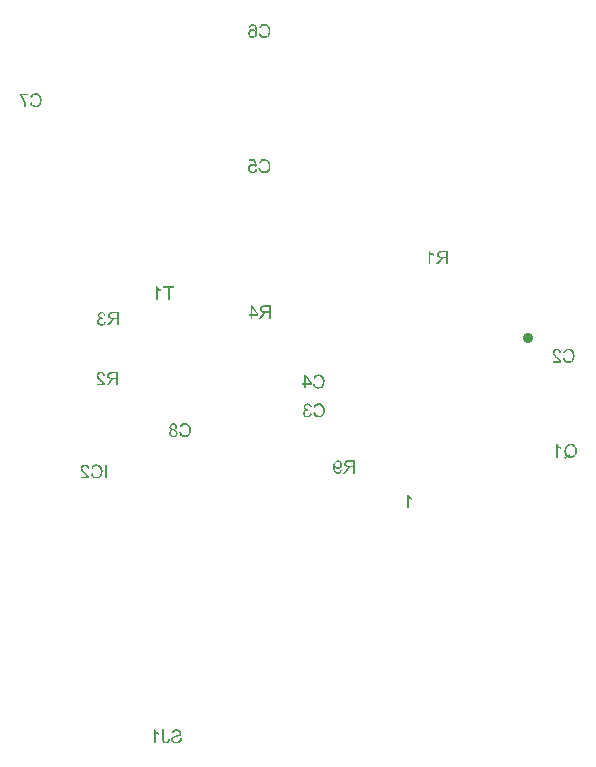
<source format=gbo>
%FSLAX35Y35*%
%MOIN*%
%IN29=Bauteilnamenunten(extrainDatei:X.NamesBot)*%
%ADD10C,0.00591*%
%ADD11C,0.00004*%
%ADD12C,0.00200*%
%ADD13C,0.00240*%
%ADD14C,0.00300*%
%ADD15C,0.00384*%
%ADD16C,0.00400*%
%ADD17C,0.00413*%
%ADD18C,0.00535*%
%ADD19C,0.00600*%
%ADD20C,0.00748*%
%ADD21C,0.00768*%
%ADD22C,0.00787*%
%ADD23C,0.00800*%
%ADD24C,0.00886*%
%ADD25C,0.01024*%
%ADD26C,0.01181*%
%ADD27C,0.01575*%
%ADD28C,0.01969*%
%ADD29C,0.02362*%
%ADD30C,0.03150*%
%ADD31C,0.03536*%
%ADD32C,0.05000*%
%ADD33C,0.05906*%
%ADD34C,0.09843*%
%AMR_35*21,1,0.00600,0.07200,0,0,0.000*%
%ADD35R_35*%
%AMR_36*21,1,0.00788,0.03150,0,0,0.000*%
%ADD36R_36*%
%AMR_37*21,1,0.01181,0.00591,0,0,0.000*%
%ADD37R_37*%
%AMR_38*21,1,0.01181,0.01181,0,0,0.000*%
%ADD38R_38*%
%AMR_39*21,1,0.01250,0.04375,0,0,0.000*%
%ADD39R_39*%
%AMR_40*21,1,0.01400,0.05600,0,0,0.000*%
%ADD40R_40*%
%AMR_41*21,1,0.01574,0.04724,0,0,0.000*%
%ADD41R_41*%
%AMR_42*21,1,0.01969,0.05118,0,0,180.000*%
%ADD42R_42*%
%AMR_43*21,1,0.02300,0.01800,0,0,0.000*%
%ADD43R_43*%
%AMR_44*21,1,0.02362,0.05315,0,0,0.000*%
%ADD44R_44*%
%AMR_45*21,1,0.02756,0.11024,0,0,270.000*%
%ADD45R_45*%
%AMR_46*21,1,0.02953,0.05709,0,0,0.000*%
%ADD46R_46*%
%AMR_47*21,1,0.03150,0.00788,0,0,0.000*%
%ADD47R_47*%
%AMR_48*21,1,0.03750,0.01875,0,0,0.000*%
%ADD48R_48*%
%AMR_49*21,1,0.03750,0.13125,0,0,0.000*%
%ADD49R_49*%
%AMR_50*21,1,0.03937,0.05512,0,0,270.000*%
%ADD50R_50*%
%AMR_51*21,1,0.04600,0.05512,0,0,0.000*%
%ADD51R_51*%
%AMR_52*21,1,0.04724,0.01574,0,0,0.000*%
%ADD52R_52*%
%AMR_53*21,1,0.04724,0.04724,0,0,0.000*%
%ADD53R_53*%
%AMR_54*21,1,0.04724,0.04724,0,0,90.000*%
%ADD54R_54*%
%AMR_55*21,1,0.05118,0.01969,0,0,180.000*%
%ADD55R_55*%
%AMR_56*21,1,0.05118,0.05906,0,0,0.000*%
%ADD56R_56*%
%AMR_57*21,1,0.05118,0.05906,0,0,90.000*%
%ADD57R_57*%
%AMR_58*21,1,0.05118,0.05906,0,0,180.000*%
%ADD58R_58*%
%AMR_59*21,1,0.05118,0.06299,0,0,90.000*%
%ADD59R_59*%
%AMR_60*21,1,0.05118,0.06299,0,0,180.000*%
%ADD60R_60*%
%AMR_61*21,1,0.05118,0.06299,0,0,270.000*%
%ADD61R_61*%
%AMR_62*21,1,0.05512,0.05512,0,0,0.000*%
%ADD62R_62*%
%AMR_63*21,1,0.05512,0.05512,0,0,90.000*%
%ADD63R_63*%
%AMR_64*21,1,0.05512,0.05512,0,0,180.000*%
%ADD64R_64*%
%AMR_65*21,1,0.05512,0.05512,0,0,270.000*%
%ADD65R_65*%
%AMR_66*21,1,0.05600,0.01400,0,0,0.000*%
%ADD66R_66*%
%AMR_67*21,1,0.05709,0.02953,0,0,0.000*%
%ADD67R_67*%
%AMR_68*21,1,0.06299,0.06299,0,0,0.000*%
%ADD68R_68*%
%AMR_69*21,1,0.07087,0.07087,0,0,270.000*%
%ADD69R_69*%
%AMR_70*21,1,0.07087,0.11811,0,0,0.000*%
%ADD70R_70*%
%AMR_71*21,1,0.07874,0.06299,0,0,90.000*%
%ADD71R_71*%
%AMR_72*21,1,0.08661,0.04724,0,0,270.000*%
%ADD72R_72*%
%AMR_73*21,1,0.08661,0.08661,0,0,0.000*%
%ADD73R_73*%
%AMR_74*21,1,0.09843,0.19685,0,0,0.000*%
%ADD74R_74*%
%AMR_75*21,1,0.10000,0.01875,0,0,0.000*%
%ADD75R_75*%
%AMR_76*21,1,0.10625,0.01875,0,0,0.000*%
%ADD76R_76*%
%AMR_77*21,1,0.10625,0.19685,0,0,0.000*%
%ADD77R_77*%
%AMR_78*21,1,0.19685,0.09843,0,0,0.000*%
%ADD78R_78*%
%AMR_79*21,1,0.19685,0.19685,0,0,0.000*%
%ADD79R_79*%
%AMOCT_80*4,1,8,0.049213,0.024606,0.024606,0.049213,-0.024606,0.049213,-0.049213,0.024606,-0.049213,-0.024606,-0.024606,-0.049213,0.024606,-0.049213,0.049213,-0.024606,0.049213,0.024606,0.000*%
%ADD80OCT_80*%
G54D31*
X225231Y136481D03*
G36*
X237507Y129266D02*
X237310Y129777D01*
X236720Y129620D01*
X236838Y129266D01*
X236995Y128951D01*
X237153Y128714D01*
X237389Y128478D01*
X237664Y128321D01*
X237940Y128163D01*
X238255Y128124D01*
X238570Y128084D01*
X239239Y128163D01*
X239515Y128242D01*
X239751Y128399D01*
X240184Y128754D01*
X240460Y129266D01*
X240617Y129856D01*
X240696Y130486D01*
X240617Y131155D01*
X240420Y131707D01*
X240105Y132179D01*
X239672Y132533D01*
X239160Y132730D01*
X238609Y132809D01*
X238255Y132769D01*
X237979Y132730D01*
X237704Y132612D01*
X237468Y132455D01*
X237074Y132021D01*
X236838Y131470D01*
X237428Y131313D01*
X237625Y131746D01*
X237861Y132021D01*
X238216Y132179D01*
X238609Y132258D01*
X239082Y132179D01*
X239475Y132021D01*
X239790Y131707D01*
X239948Y131352D01*
X240066Y130919D01*
X240105Y130486D01*
X240066Y129935D01*
X239948Y129462D01*
X239712Y129108D01*
X239397Y128832D01*
X239042Y128675D01*
X238649Y128636D01*
X238176Y128714D01*
X237782Y128911D01*
X237507Y129266D01*
D02*G37*
G36*
X235538Y128714D02*
X233373Y128714D01*
X233373Y128163D01*
X236286Y128163D01*
X236208Y128557D01*
X236090Y128872D01*
X235893Y129187D01*
X235578Y129502D01*
X235184Y129856D01*
X234869Y130171D01*
X234594Y130407D01*
X234357Y130644D01*
X234200Y130840D01*
X234042Y131155D01*
X233964Y131510D01*
X234003Y131785D01*
X234200Y132021D01*
X234475Y132218D01*
X234790Y132258D01*
X235145Y132179D01*
X235420Y132021D01*
X235578Y131746D01*
X235657Y131392D01*
X236208Y131470D01*
X236050Y132021D01*
X235775Y132415D01*
X235578Y132533D01*
X235342Y132651D01*
X235066Y132691D01*
X234790Y132730D01*
X234475Y132691D01*
X234200Y132651D01*
X233964Y132533D01*
X233767Y132376D01*
X233609Y132179D01*
X233491Y131943D01*
X233452Y131707D01*
X233412Y131470D01*
X233452Y131195D01*
X233531Y130919D01*
X233649Y130644D01*
X233845Y130368D01*
X234003Y130210D01*
X234160Y130014D01*
X234397Y129817D01*
X234672Y129581D01*
X234908Y129384D01*
X235066Y129226D01*
X235223Y129108D01*
X235302Y129029D01*
X235538Y128714D01*
D02*G37*
G36*
X154162Y120668D02*
X153965Y121179D01*
X153375Y121022D01*
X153493Y120668D01*
X153650Y120353D01*
X153808Y120116D01*
X154044Y119880D01*
X154320Y119723D01*
X154595Y119565D01*
X154910Y119526D01*
X155225Y119487D01*
X155894Y119565D01*
X156170Y119644D01*
X156406Y119802D01*
X156839Y120156D01*
X157115Y120668D01*
X157272Y121258D01*
X157351Y121888D01*
X157272Y122557D01*
X157076Y123109D01*
X156761Y123581D01*
X156328Y123935D01*
X155816Y124132D01*
X155265Y124211D01*
X154910Y124172D01*
X154635Y124132D01*
X154359Y124014D01*
X154123Y123857D01*
X153729Y123424D01*
X153493Y122872D01*
X154083Y122715D01*
X154280Y123148D01*
X154517Y123424D01*
X154871Y123581D01*
X155265Y123660D01*
X155737Y123581D01*
X156131Y123424D01*
X156446Y123109D01*
X156603Y122754D01*
X156721Y122321D01*
X156761Y121888D01*
X156721Y121337D01*
X156603Y120865D01*
X156367Y120510D01*
X156052Y120235D01*
X155698Y120077D01*
X155304Y120038D01*
X154831Y120116D01*
X154438Y120313D01*
X154162Y120668D01*
D02*G37*
G36*
X151091Y123187D02*
X150973Y124132D01*
X150540Y124132D01*
D02*G37*
G36*
X150540Y121219D02*
X151091Y123187D01*
X150540Y124132D01*
D02*G37*
G36*
X151092Y121219D02*
X151091Y123187D01*
X150540Y121219D01*
D02*G37*
G36*
X152509Y121219D02*
X150973Y124132D01*
X151091Y123187D01*
D02*G37*
G36*
X153060Y121219D02*
X150973Y124132D01*
X152509Y121219D01*
D02*G37*
G36*
X149950Y120668D02*
X153060Y121219D01*
X149950Y121219D01*
D02*G37*
G36*
X150540Y120668D02*
X153060Y121219D01*
X149950Y120668D01*
D02*G37*
G36*
X151091Y120668D02*
X153060Y121219D01*
X150540Y120668D01*
D02*G37*
G36*
X153060Y120668D02*
X153060Y121219D01*
X151091Y120668D01*
D02*G37*
G36*
X150540Y119565D02*
X151091Y120668D01*
X150540Y120668D01*
D02*G37*
G36*
X151091Y119565D02*
X151091Y120668D01*
X150540Y119565D01*
D02*G37*
G36*
X154319Y111069D02*
X154122Y111581D01*
X153532Y111423D01*
X153650Y111069D01*
X153808Y110754D01*
X153965Y110518D01*
X154201Y110281D01*
X154477Y110124D01*
X154752Y109966D01*
X155067Y109927D01*
X155382Y109888D01*
X156052Y109966D01*
X156327Y110045D01*
X156563Y110203D01*
X156997Y110557D01*
X157272Y111069D01*
X157430Y111659D01*
X157508Y112289D01*
X157430Y112959D01*
X157233Y113510D01*
X156918Y113982D01*
X156485Y114337D01*
X155973Y114533D01*
X155422Y114612D01*
X155067Y114573D01*
X154792Y114533D01*
X154516Y114415D01*
X154280Y114258D01*
X153886Y113825D01*
X153650Y113274D01*
X154241Y113116D01*
X154437Y113549D01*
X154674Y113825D01*
X155028Y113982D01*
X155422Y114061D01*
X155894Y113982D01*
X156288Y113825D01*
X156603Y113510D01*
X156760Y113155D01*
X156878Y112722D01*
X156918Y112289D01*
X156878Y111738D01*
X156760Y111266D01*
X156524Y110911D01*
X156209Y110636D01*
X155855Y110478D01*
X155461Y110439D01*
X154989Y110518D01*
X154595Y110715D01*
X154319Y111069D01*
D02*G37*
G36*
X152981Y110872D02*
X153020Y111148D01*
X152469Y111226D01*
X152351Y110833D01*
X152154Y110557D01*
X151918Y110400D01*
X151603Y110360D01*
X151209Y110439D01*
X150934Y110636D01*
X150737Y110951D01*
X150658Y111305D01*
X150737Y111659D01*
X150894Y111935D01*
X151170Y112132D01*
X151524Y112211D01*
X151721Y112171D01*
X151918Y112132D01*
X151878Y112683D01*
X151800Y112683D01*
X151445Y112722D01*
X151170Y112840D01*
X150973Y113077D01*
X150894Y113392D01*
X150934Y113667D01*
X151091Y113864D01*
X151327Y114022D01*
X151642Y114061D01*
X151918Y114022D01*
X152154Y113864D01*
X152311Y113628D01*
X152430Y113274D01*
X152981Y113352D01*
X152823Y113864D01*
X152508Y114218D01*
X152115Y114455D01*
X151642Y114533D01*
X151288Y114494D01*
X150973Y114376D01*
X150697Y114179D01*
X150500Y113943D01*
X150382Y113667D01*
X150343Y113392D01*
X150382Y113116D01*
X150500Y112840D01*
X150697Y112644D01*
X150973Y112486D01*
X150619Y112329D01*
X150343Y112092D01*
X150146Y111738D01*
X150107Y111344D01*
X150146Y111029D01*
X150225Y110793D01*
X150343Y110518D01*
X150540Y110321D01*
X150776Y110124D01*
X151012Y110006D01*
X151288Y109927D01*
X151603Y109888D01*
X151878Y109927D01*
X152154Y109966D01*
X152390Y110085D01*
X152587Y110242D01*
X152745Y110439D01*
X152863Y110636D01*
X152981Y110872D01*
D02*G37*
G36*
X85935Y125058D02*
X88454Y125098D01*
X86486Y125098D01*
D02*G37*
G36*
X85541Y124980D02*
X88454Y125098D01*
X85935Y125058D01*
D02*G37*
G36*
X85265Y124783D02*
X88454Y125098D01*
X85541Y124980D01*
D02*G37*
G36*
X85068Y124547D02*
X88454Y125098D01*
X85265Y124783D01*
D02*G37*
G36*
X86446Y124547D02*
X88454Y125098D01*
X85068Y124547D01*
D02*G37*
G36*
X87864Y124547D02*
X88454Y125098D01*
X86446Y124547D01*
D02*G37*
G36*
X86013Y124507D02*
X86446Y124547D01*
X85068Y124547D01*
D02*G37*
G36*
X85698Y124350D02*
X86013Y124507D01*
X85068Y124547D01*
D02*G37*
G36*
X84911Y124192D02*
X85698Y124350D01*
X85068Y124547D01*
D02*G37*
G36*
X85501Y124113D02*
X85698Y124350D01*
X84911Y124192D01*
D02*G37*
G36*
X84872Y123838D02*
X85501Y124113D01*
X84911Y124192D01*
D02*G37*
G36*
X85462Y123838D02*
X85501Y124113D01*
X84872Y123838D01*
D02*G37*
G36*
X85501Y123641D02*
X85462Y123838D01*
X84872Y123838D01*
D02*G37*
G36*
X85580Y123444D02*
X85501Y123641D01*
X84872Y123838D01*
D02*G37*
G36*
X84950Y123405D02*
X85580Y123444D01*
X84872Y123838D01*
D02*G37*
G36*
X85738Y123326D02*
X85580Y123444D01*
X84950Y123405D01*
D02*G37*
G36*
X85935Y123208D02*
X85738Y123326D01*
X84950Y123405D01*
D02*G37*
G36*
X86210Y123129D02*
X85935Y123208D01*
X84950Y123405D01*
D02*G37*
G36*
X87865Y123129D02*
X88454Y125098D01*
X87864Y124547D01*
D02*G37*
G36*
X85187Y123050D02*
X86210Y123129D01*
X84950Y123405D01*
D02*G37*
G36*
X85187Y123050D02*
X87865Y123129D01*
X86210Y123129D01*
D02*G37*
G36*
X85344Y122893D02*
X87865Y123129D01*
X85187Y123050D01*
D02*G37*
G36*
X85816Y122657D02*
X87865Y123129D01*
X85344Y122893D01*
D02*G37*
G36*
X86131Y122617D02*
X87865Y123129D01*
X85816Y122657D01*
D02*G37*
G36*
X86958Y122578D02*
X87865Y123129D01*
X86131Y122617D01*
D02*G37*
G36*
X87864Y122578D02*
X87865Y123129D01*
X86958Y122578D01*
D02*G37*
G36*
X87864Y122578D02*
X88454Y125098D01*
X87865Y123129D01*
D02*G37*
G36*
X86840Y122539D02*
X86958Y122578D01*
X86131Y122617D01*
D02*G37*
G36*
X85935Y122499D02*
X86840Y122539D01*
X86131Y122617D01*
D02*G37*
G36*
X86564Y122421D02*
X86840Y122539D01*
X85935Y122499D01*
D02*G37*
G36*
X85777Y122381D02*
X86564Y122421D01*
X85935Y122499D01*
D02*G37*
G36*
X86446Y122302D02*
X86564Y122421D01*
X85777Y122381D01*
D02*G37*
G36*
X85541Y122106D02*
X86446Y122302D01*
X85777Y122381D01*
D02*G37*
G36*
X86289Y122106D02*
X86446Y122302D01*
X85541Y122106D01*
D02*G37*
G36*
X86092Y121830D02*
X86289Y122106D01*
X85541Y122106D01*
D02*G37*
G36*
X85305Y121791D02*
X86092Y121830D01*
X85541Y122106D01*
D02*G37*
G36*
X85856Y121476D02*
X86092Y121830D01*
X85305Y121791D01*
D02*G37*
G36*
X84557Y120531D02*
X85856Y121476D01*
X85305Y121791D01*
D02*G37*
G36*
X85265Y120531D02*
X85856Y121476D01*
X84557Y120531D01*
D02*G37*
G36*
X87864Y120531D02*
X88454Y125098D01*
X87864Y122578D01*
D02*G37*
G36*
X88454Y120531D02*
X88454Y125098D01*
X87864Y120531D01*
D02*G37*
G36*
X83494Y121082D02*
X81328Y121082D01*
X81328Y120531D01*
X84242Y120531D01*
X84163Y120925D01*
X84045Y121239D01*
X83848Y121554D01*
X83533Y121869D01*
X83139Y122224D01*
X82824Y122539D01*
X82549Y122775D01*
X82312Y123011D01*
X82155Y123208D01*
X81998Y123523D01*
X81919Y123877D01*
X81958Y124153D01*
X82155Y124389D01*
X82431Y124586D01*
X82746Y124625D01*
X83100Y124547D01*
X83375Y124389D01*
X83533Y124113D01*
X83612Y123759D01*
X84163Y123838D01*
X84005Y124389D01*
X83730Y124783D01*
X83533Y124901D01*
X83297Y125019D01*
X83021Y125058D01*
X82746Y125098D01*
X82431Y125058D01*
X82155Y125019D01*
X81919Y124901D01*
X81722Y124743D01*
X81564Y124547D01*
X81446Y124310D01*
X81407Y124074D01*
X81368Y123838D01*
X81407Y123562D01*
X81486Y123287D01*
X81604Y123011D01*
X81801Y122736D01*
X81958Y122578D01*
X82116Y122381D01*
X82352Y122184D01*
X82627Y121948D01*
X82864Y121751D01*
X83021Y121594D01*
X83179Y121476D01*
X83257Y121397D01*
X83494Y121082D01*
D02*G37*
G36*
X86185Y145058D02*
X88704Y145098D01*
X86736Y145098D01*
D02*G37*
G36*
X85791Y144980D02*
X88704Y145098D01*
X86185Y145058D01*
D02*G37*
G36*
X85515Y144783D02*
X88704Y145098D01*
X85791Y144980D01*
D02*G37*
G36*
X85318Y144547D02*
X88704Y145098D01*
X85515Y144783D01*
D02*G37*
G36*
X86696Y144547D02*
X88704Y145098D01*
X85318Y144547D01*
D02*G37*
G36*
X88114Y144547D02*
X88704Y145098D01*
X86696Y144547D01*
D02*G37*
G36*
X86263Y144507D02*
X86696Y144547D01*
X85318Y144547D01*
D02*G37*
G36*
X85948Y144350D02*
X86263Y144507D01*
X85318Y144547D01*
D02*G37*
G36*
X85161Y144192D02*
X85948Y144350D01*
X85318Y144547D01*
D02*G37*
G36*
X85751Y144113D02*
X85948Y144350D01*
X85161Y144192D01*
D02*G37*
G36*
X85122Y143838D02*
X85751Y144113D01*
X85161Y144192D01*
D02*G37*
G36*
X85712Y143838D02*
X85751Y144113D01*
X85122Y143838D01*
D02*G37*
G36*
X85751Y143641D02*
X85712Y143838D01*
X85122Y143838D01*
D02*G37*
G36*
X85830Y143444D02*
X85751Y143641D01*
X85122Y143838D01*
D02*G37*
G36*
X85200Y143405D02*
X85830Y143444D01*
X85122Y143838D01*
D02*G37*
G36*
X85988Y143326D02*
X85830Y143444D01*
X85200Y143405D01*
D02*G37*
G36*
X86185Y143208D02*
X85988Y143326D01*
X85200Y143405D01*
D02*G37*
G36*
X86460Y143129D02*
X86185Y143208D01*
X85200Y143405D01*
D02*G37*
G36*
X88115Y143129D02*
X88704Y145098D01*
X88114Y144547D01*
D02*G37*
G36*
X85437Y143050D02*
X86460Y143129D01*
X85200Y143405D01*
D02*G37*
G36*
X85437Y143050D02*
X88115Y143129D01*
X86460Y143129D01*
D02*G37*
G36*
X85594Y142893D02*
X88115Y143129D01*
X85437Y143050D01*
D02*G37*
G36*
X86066Y142657D02*
X88115Y143129D01*
X85594Y142893D01*
D02*G37*
G36*
X86381Y142617D02*
X88115Y143129D01*
X86066Y142657D01*
D02*G37*
G36*
X87208Y142578D02*
X88115Y143129D01*
X86381Y142617D01*
D02*G37*
G36*
X88114Y142578D02*
X88115Y143129D01*
X87208Y142578D01*
D02*G37*
G36*
X88114Y142578D02*
X88704Y145098D01*
X88115Y143129D01*
D02*G37*
G36*
X87090Y142539D02*
X87208Y142578D01*
X86381Y142617D01*
D02*G37*
G36*
X86185Y142499D02*
X87090Y142539D01*
X86381Y142617D01*
D02*G37*
G36*
X86814Y142421D02*
X87090Y142539D01*
X86185Y142499D01*
D02*G37*
G36*
X86027Y142381D02*
X86814Y142421D01*
X86185Y142499D01*
D02*G37*
G36*
X86696Y142302D02*
X86814Y142421D01*
X86027Y142381D01*
D02*G37*
G36*
X85791Y142106D02*
X86696Y142302D01*
X86027Y142381D01*
D02*G37*
G36*
X86539Y142106D02*
X86696Y142302D01*
X85791Y142106D01*
D02*G37*
G36*
X86342Y141830D02*
X86539Y142106D01*
X85791Y142106D01*
D02*G37*
G36*
X85555Y141791D02*
X86342Y141830D01*
X85791Y142106D01*
D02*G37*
G36*
X86106Y141476D02*
X86342Y141830D01*
X85555Y141791D01*
D02*G37*
G36*
X84807Y140531D02*
X86106Y141476D01*
X85555Y141791D01*
D02*G37*
G36*
X85515Y140531D02*
X86106Y141476D01*
X84807Y140531D01*
D02*G37*
G36*
X88114Y140531D02*
X88704Y145098D01*
X88114Y142578D01*
D02*G37*
G36*
X88704Y140531D02*
X88704Y145098D01*
X88114Y140531D01*
D02*G37*
G36*
X84374Y141436D02*
X84413Y141712D01*
X83862Y141791D01*
X83744Y141397D01*
X83547Y141121D01*
X83311Y140964D01*
X82996Y140925D01*
X82602Y141003D01*
X82326Y141200D01*
X82129Y141515D01*
X82051Y141869D01*
X82129Y142224D01*
X82287Y142499D01*
X82562Y142696D01*
X82917Y142775D01*
X83114Y142736D01*
X83311Y142696D01*
X83271Y143247D01*
X83192Y143247D01*
X82838Y143287D01*
X82562Y143405D01*
X82366Y143641D01*
X82287Y143956D01*
X82326Y144232D01*
X82484Y144428D01*
X82720Y144586D01*
X83035Y144625D01*
X83311Y144586D01*
X83547Y144428D01*
X83704Y144192D01*
X83822Y143838D01*
X84374Y143917D01*
X84216Y144428D01*
X83901Y144783D01*
X83507Y145019D01*
X83035Y145098D01*
X82681Y145058D01*
X82366Y144940D01*
X82090Y144743D01*
X81893Y144507D01*
X81775Y144232D01*
X81736Y143956D01*
X81775Y143680D01*
X81893Y143405D01*
X82090Y143208D01*
X82366Y143050D01*
X82011Y142893D01*
X81736Y142657D01*
X81539Y142302D01*
X81500Y141909D01*
X81539Y141594D01*
X81618Y141358D01*
X81736Y141082D01*
X81933Y140885D01*
X82169Y140688D01*
X82405Y140570D01*
X82681Y140491D01*
X82996Y140452D01*
X83271Y140491D01*
X83547Y140531D01*
X83783Y140649D01*
X83980Y140806D01*
X84137Y141003D01*
X84255Y141200D01*
X84374Y141436D01*
D02*G37*
G36*
X136102Y237583D02*
X135905Y238095D01*
X135314Y237937D01*
X135433Y237583D01*
X135590Y237268D01*
X135748Y237032D01*
X135984Y236796D01*
X136259Y236638D01*
X136535Y236481D01*
X136850Y236441D01*
X137165Y236402D01*
X137834Y236481D01*
X138110Y236560D01*
X138346Y236717D01*
X138779Y237071D01*
X139055Y237583D01*
X139212Y238174D01*
X139291Y238804D01*
X139212Y239473D01*
X139015Y240024D01*
X138700Y240497D01*
X138267Y240851D01*
X137755Y241048D01*
X137204Y241126D01*
X136850Y241087D01*
X136574Y241048D01*
X136299Y240930D01*
X136062Y240772D01*
X135669Y240339D01*
X135433Y239788D01*
X136023Y239630D01*
X136220Y240063D01*
X136456Y240339D01*
X136811Y240497D01*
X137204Y240575D01*
X137677Y240497D01*
X138070Y240339D01*
X138385Y240024D01*
X138543Y239670D01*
X138661Y239237D01*
X138700Y238804D01*
X138661Y238252D01*
X138543Y237780D01*
X138307Y237426D01*
X137992Y237150D01*
X137637Y236993D01*
X137244Y236953D01*
X136771Y237032D01*
X136377Y237229D01*
X136102Y237583D01*
D02*G37*
G36*
X132755Y240969D02*
X133582Y241008D01*
X133267Y241048D01*
D02*G37*
G36*
X133897Y240930D02*
X133582Y241008D01*
X132755Y240969D01*
D02*G37*
G36*
X132362Y240733D02*
X133897Y240930D01*
X132755Y240969D01*
D02*G37*
G36*
X134173Y240733D02*
X133897Y240930D01*
X132362Y240733D01*
D02*G37*
G36*
X133307Y240575D02*
X134173Y240733D01*
X132362Y240733D01*
D02*G37*
G36*
X133543Y240536D02*
X134173Y240733D01*
X133307Y240575D01*
D02*G37*
G36*
X134409Y240536D02*
X134173Y240733D01*
X133543Y240536D01*
D02*G37*
G36*
X132992Y240497D02*
X133307Y240575D01*
X132362Y240733D01*
D02*G37*
G36*
X133779Y240418D02*
X134409Y240536D01*
X133543Y240536D01*
D02*G37*
G36*
X132086Y240339D02*
X132992Y240497D01*
X132362Y240733D01*
D02*G37*
G36*
X132716Y240339D02*
X132992Y240497D01*
X132086Y240339D01*
D02*G37*
G36*
X133976Y240182D02*
X134409Y240536D01*
X133779Y240418D01*
D02*G37*
G36*
X134606Y240182D02*
X134409Y240536D01*
X133976Y240182D01*
D02*G37*
G36*
X132598Y240103D02*
X132716Y240339D01*
X132086Y240339D01*
D02*G37*
G36*
X131968Y239867D02*
X132598Y240103D01*
X132086Y240339D01*
D02*G37*
G36*
X134173Y239867D02*
X134606Y240182D01*
X133976Y240182D01*
D02*G37*
G36*
X132519Y239827D02*
X132598Y240103D01*
X131968Y239867D01*
D02*G37*
G36*
X134763Y239749D02*
X134606Y240182D01*
X134173Y239867D01*
D02*G37*
G36*
X134251Y239670D02*
X134763Y239749D01*
X134173Y239867D01*
D02*G37*
G36*
X134291Y239434D02*
X134763Y239749D01*
X134251Y239670D01*
D02*G37*
G36*
X133543Y239394D02*
X133228Y239434D01*
X132952Y239394D01*
D02*G37*
G36*
X132716Y239315D02*
X133543Y239394D01*
X132952Y239394D01*
D02*G37*
G36*
X133818Y239276D02*
X133543Y239394D01*
X132716Y239315D01*
D02*G37*
G36*
X134842Y239237D02*
X134763Y239749D01*
X134291Y239434D01*
D02*G37*
G36*
X132480Y239197D02*
X133818Y239276D01*
X132716Y239315D01*
D02*G37*
G36*
X134094Y239079D02*
X133818Y239276D01*
X132480Y239197D01*
D02*G37*
G36*
X132283Y239000D02*
X134094Y239079D01*
X132480Y239197D01*
D02*G37*
G36*
X133346Y238882D02*
X134094Y239079D01*
X132283Y239000D01*
D02*G37*
G36*
X134330Y238843D02*
X134094Y239079D01*
X133346Y238882D01*
D02*G37*
G36*
X134330Y238843D02*
X134842Y239237D01*
X134291Y239434D01*
D02*G37*
G36*
X132125Y238804D02*
X133346Y238882D01*
X132283Y239000D01*
D02*G37*
G36*
X132992Y238804D02*
X133346Y238882D01*
X132125Y238804D01*
D02*G37*
G36*
X133700Y238804D02*
X134330Y238843D01*
X133346Y238882D01*
D02*G37*
G36*
X132677Y238607D02*
X132992Y238804D01*
X132125Y238804D01*
D02*G37*
G36*
X134015Y238607D02*
X134330Y238843D01*
X133700Y238804D01*
D02*G37*
G36*
X134881Y238607D02*
X134842Y239237D01*
X134330Y238843D01*
D02*G37*
G36*
X134881Y238607D02*
X134330Y238843D01*
X134015Y238607D01*
D02*G37*
G36*
X131968Y238528D02*
X132677Y238607D01*
X132125Y238804D01*
D02*G37*
G36*
X132519Y238292D02*
X132677Y238607D01*
X131968Y238528D01*
D02*G37*
G36*
X134212Y238292D02*
X134881Y238607D01*
X134015Y238607D01*
D02*G37*
G36*
X131929Y238252D02*
X132519Y238292D01*
X131968Y238528D01*
D02*G37*
G36*
X134842Y238056D02*
X134881Y238607D01*
X134212Y238292D01*
D02*G37*
G36*
X131889Y237937D02*
X132519Y238292D01*
X131929Y238252D01*
D02*G37*
G36*
X134292Y237937D02*
X134842Y238056D01*
X134212Y238292D01*
D02*G37*
G36*
X132440Y237898D02*
X132519Y238292D01*
X131889Y237937D01*
D02*G37*
G36*
X134251Y237662D02*
X134842Y238056D01*
X134292Y237937D01*
D02*G37*
G36*
X134763Y237583D02*
X134842Y238056D01*
X134251Y237662D01*
D02*G37*
G36*
X131929Y237544D02*
X132440Y237898D01*
X131889Y237937D01*
D02*G37*
G36*
X132519Y237465D02*
X132440Y237898D01*
X131929Y237544D01*
D02*G37*
G36*
X134173Y237386D02*
X134763Y237583D01*
X134251Y237662D01*
D02*G37*
G36*
X134645Y237229D02*
X134763Y237583D01*
X134173Y237386D01*
D02*G37*
G36*
X132086Y237150D02*
X132519Y237465D01*
X131929Y237544D01*
D02*G37*
G36*
X132677Y237150D02*
X132519Y237465D01*
X132086Y237150D01*
D02*G37*
G36*
X134015Y237150D02*
X134645Y237229D01*
X134173Y237386D01*
D02*G37*
G36*
X133818Y236993D02*
X134645Y237229D01*
X134015Y237150D01*
D02*G37*
G36*
X132992Y236953D02*
X132677Y237150D01*
X132086Y237150D01*
D02*G37*
G36*
X133582Y236914D02*
X134645Y237229D01*
X133818Y236993D01*
D02*G37*
G36*
X134448Y236914D02*
X134645Y237229D01*
X133582Y236914D01*
D02*G37*
G36*
X133346Y236875D02*
X132992Y236953D01*
X132086Y237150D01*
D02*G37*
G36*
X133346Y236875D02*
X134448Y236914D01*
X133582Y236914D01*
D02*G37*
G36*
X132283Y236835D02*
X133346Y236875D01*
X132086Y237150D01*
D02*G37*
G36*
X132283Y236835D02*
X134448Y236914D01*
X133346Y236875D01*
D02*G37*
G36*
X134212Y236678D02*
X134448Y236914D01*
X132283Y236835D01*
D02*G37*
G36*
X132559Y236599D02*
X134212Y236678D01*
X132283Y236835D01*
D02*G37*
G36*
X133937Y236520D02*
X134212Y236678D01*
X132559Y236599D01*
D02*G37*
G36*
X132913Y236441D02*
X133937Y236520D01*
X132559Y236599D01*
D02*G37*
G36*
X133622Y236441D02*
X133937Y236520D01*
X132913Y236441D01*
D02*G37*
G36*
X133307Y236402D02*
X133622Y236441D01*
X132913Y236441D01*
D02*G37*
G36*
X109637Y104508D02*
X109440Y105020D01*
X108850Y104862D01*
X108968Y104508D01*
X109125Y104193D01*
X109283Y103957D01*
X109519Y103721D01*
X109795Y103563D01*
X110070Y103406D01*
X110385Y103366D01*
X110700Y103327D01*
X111370Y103406D01*
X111645Y103485D01*
X111881Y103642D01*
X112314Y103996D01*
X112590Y104508D01*
X112748Y105099D01*
X112826Y105729D01*
X112748Y106398D01*
X112551Y106949D01*
X112236Y107422D01*
X111803Y107776D01*
X111291Y107973D01*
X110740Y108051D01*
X110385Y108012D01*
X110110Y107973D01*
X109834Y107855D01*
X109598Y107697D01*
X109204Y107264D01*
X108968Y106713D01*
X109559Y106555D01*
X109755Y106988D01*
X109992Y107264D01*
X110346Y107422D01*
X110740Y107500D01*
X111212Y107422D01*
X111606Y107264D01*
X111921Y106949D01*
X112078Y106595D01*
X112196Y106162D01*
X112236Y105729D01*
X112196Y105177D01*
X112078Y104705D01*
X111842Y104351D01*
X111527Y104075D01*
X111173Y103918D01*
X110779Y103878D01*
X110307Y103957D01*
X109913Y104154D01*
X109637Y104508D01*
D02*G37*
G36*
X106370Y107894D02*
X107196Y107933D01*
X106921Y107973D01*
D02*G37*
G36*
X107433Y107894D02*
X107196Y107933D01*
X106370Y107894D01*
D02*G37*
G36*
X106173Y107776D02*
X107433Y107894D01*
X106370Y107894D01*
D02*G37*
G36*
X107629Y107776D02*
X107433Y107894D01*
X106173Y107776D01*
D02*G37*
G36*
X105976Y107618D02*
X107629Y107776D01*
X106173Y107776D01*
D02*G37*
G36*
X107826Y107618D02*
X107629Y107776D01*
X105976Y107618D01*
D02*G37*
G36*
X106881Y107500D02*
X107826Y107618D01*
X105976Y107618D01*
D02*G37*
G36*
X106606Y107461D02*
X106881Y107500D01*
X105976Y107618D01*
D02*G37*
G36*
X107196Y107461D02*
X107826Y107618D01*
X106881Y107500D01*
D02*G37*
G36*
X107984Y107461D02*
X107826Y107618D01*
X107196Y107461D01*
D02*G37*
G36*
X105818Y107422D02*
X106606Y107461D01*
X105976Y107618D01*
D02*G37*
G36*
X106370Y107303D02*
X106606Y107461D01*
X105818Y107422D01*
D02*G37*
G36*
X107433Y107303D02*
X107984Y107461D01*
X107196Y107461D01*
D02*G37*
G36*
X108102Y107264D02*
X107984Y107461D01*
X107433Y107303D01*
D02*G37*
G36*
X105700Y107225D02*
X106370Y107303D01*
X105818Y107422D01*
D02*G37*
G36*
X106212Y107067D02*
X106370Y107303D01*
X105700Y107225D01*
D02*G37*
G36*
X107590Y107067D02*
X108102Y107264D01*
X107433Y107303D01*
D02*G37*
G36*
X105661Y107028D02*
X106212Y107067D01*
X105700Y107225D01*
D02*G37*
G36*
X105622Y106792D02*
X106212Y107067D01*
X105661Y107028D01*
D02*G37*
G36*
X106173Y106792D02*
X106212Y107067D01*
X105622Y106792D01*
D02*G37*
G36*
X107630Y106792D02*
X108102Y107264D01*
X107590Y107067D01*
D02*G37*
G36*
X108181Y106792D02*
X108102Y107264D01*
X107630Y106792D01*
D02*G37*
G36*
X106212Y106516D02*
X106173Y106792D01*
X105622Y106792D01*
D02*G37*
G36*
X107590Y106516D02*
X108181Y106792D01*
X107630Y106792D01*
D02*G37*
G36*
X105661Y106477D02*
X106212Y106516D01*
X105622Y106792D01*
D02*G37*
G36*
X108141Y106477D02*
X108181Y106792D01*
X107590Y106516D01*
D02*G37*
G36*
X106370Y106280D02*
X106212Y106516D01*
X105661Y106477D01*
D02*G37*
G36*
X107433Y106280D02*
X108141Y106477D01*
X107590Y106516D01*
D02*G37*
G36*
X105779Y106240D02*
X106370Y106280D01*
X105661Y106477D01*
D02*G37*
G36*
X108023Y106240D02*
X108141Y106477D01*
X107433Y106280D01*
D02*G37*
G36*
X106606Y106122D02*
X106370Y106280D01*
X105779Y106240D01*
D02*G37*
G36*
X107196Y106122D02*
X108023Y106240D01*
X107433Y106280D01*
D02*G37*
G36*
X105976Y106004D02*
X106881Y106083D01*
X105779Y106240D01*
D02*G37*
G36*
X107826Y106004D02*
X108023Y106240D01*
X107196Y106122D01*
D02*G37*
G36*
X107826Y106004D02*
X107196Y106122D01*
X106881Y106083D01*
D02*G37*
G36*
X107826Y106004D02*
X106881Y106083D01*
X105976Y106004D01*
D02*G37*
G36*
X106251Y105847D02*
X107826Y106004D01*
X105976Y106004D01*
D02*G37*
G36*
X107511Y105847D02*
X107826Y106004D01*
X106251Y105847D01*
D02*G37*
G36*
X105937Y105689D02*
X107511Y105847D01*
X106251Y105847D01*
D02*G37*
G36*
X107866Y105689D02*
X107511Y105847D01*
X105937Y105689D01*
D02*G37*
G36*
X106921Y105611D02*
X107866Y105689D01*
X105937Y105689D01*
D02*G37*
G36*
X106566Y105532D02*
X106921Y105611D01*
X105937Y105689D01*
D02*G37*
G36*
X107275Y105532D02*
X107866Y105689D01*
X106921Y105611D01*
D02*G37*
G36*
X108141Y105453D02*
X107866Y105689D01*
X107275Y105532D01*
D02*G37*
G36*
X105661Y105414D02*
X106566Y105532D01*
X105937Y105689D01*
D02*G37*
G36*
X106251Y105335D02*
X106566Y105532D01*
X105661Y105414D01*
D02*G37*
G36*
X107551Y105335D02*
X108141Y105453D01*
X107275Y105532D01*
D02*G37*
G36*
X105503Y105099D02*
X106251Y105335D01*
X105661Y105414D01*
D02*G37*
G36*
X108299Y105099D02*
X108141Y105453D01*
X107551Y105335D01*
D02*G37*
G36*
X106094Y105059D02*
X106251Y105335D01*
X105503Y105099D01*
D02*G37*
G36*
X107708Y105059D02*
X108299Y105099D01*
X107551Y105335D01*
D02*G37*
G36*
X105464Y104705D02*
X106094Y105059D01*
X105503Y105099D01*
D02*G37*
G36*
X106015Y104705D02*
X106094Y105059D01*
X105464Y104705D01*
D02*G37*
G36*
X107788Y104705D02*
X108299Y105099D01*
X107708Y105059D01*
D02*G37*
G36*
X108338Y104705D02*
X108299Y105099D01*
X107788Y104705D01*
D02*G37*
G36*
X107748Y104469D02*
X108338Y104705D01*
X107788Y104705D01*
D02*G37*
G36*
X108299Y104429D02*
X108338Y104705D01*
X107748Y104469D01*
D02*G37*
G36*
X106055Y104351D02*
X106015Y104705D01*
X105464Y104705D01*
D02*G37*
G36*
X107669Y104272D02*
X108299Y104429D01*
X107748Y104469D01*
D02*G37*
G36*
X105543Y104154D02*
X106055Y104351D01*
X105464Y104705D01*
D02*G37*
G36*
X108220Y104154D02*
X108299Y104429D01*
X107669Y104272D01*
D02*G37*
G36*
X107551Y104075D02*
X108220Y104154D01*
X107669Y104272D01*
D02*G37*
G36*
X106251Y104036D02*
X106055Y104351D01*
X105543Y104154D01*
D02*G37*
G36*
X105700Y103918D02*
X106251Y104036D01*
X105543Y104154D01*
D02*G37*
G36*
X107354Y103918D02*
X108220Y104154D01*
X107551Y104075D01*
D02*G37*
G36*
X108102Y103918D02*
X108220Y104154D01*
X107354Y103918D01*
D02*G37*
G36*
X106527Y103878D02*
X106251Y104036D01*
X105700Y103918D01*
D02*G37*
G36*
X107118Y103839D02*
X108102Y103918D01*
X107354Y103918D01*
D02*G37*
G36*
X106881Y103800D02*
X106527Y103878D01*
X105700Y103918D01*
D02*G37*
G36*
X106881Y103800D02*
X108102Y103918D01*
X107118Y103839D01*
D02*G37*
G36*
X105858Y103721D02*
X106881Y103800D01*
X105700Y103918D01*
D02*G37*
G36*
X107944Y103721D02*
X108102Y103918D01*
X106881Y103800D01*
D02*G37*
G36*
X107944Y103721D02*
X106881Y103800D01*
X105858Y103721D01*
D02*G37*
G36*
X106055Y103563D02*
X107944Y103721D01*
X105858Y103721D01*
D02*G37*
G36*
X106330Y103406D02*
X107944Y103721D01*
X106055Y103563D01*
D02*G37*
G36*
X107472Y103406D02*
X107944Y103721D01*
X106330Y103406D01*
D02*G37*
G36*
X107196Y103366D02*
X107472Y103406D01*
X106330Y103406D01*
D02*G37*
G36*
X106881Y103327D02*
X107196Y103366D01*
X106330Y103406D01*
D02*G37*
G36*
X105105Y149156D02*
X105695Y149156D01*
X105695Y153172D01*
X107191Y153172D01*
X107191Y153723D01*
X103609Y153723D01*
X103609Y153172D01*
X105105Y153172D01*
X105105Y149156D01*
D02*G37*
G36*
X101207Y153723D02*
X101207Y149156D01*
X101758Y149156D01*
X101758Y152699D01*
X101995Y152502D01*
X102270Y152345D01*
X102546Y152148D01*
X102821Y152030D01*
X102821Y152581D01*
X102388Y152817D01*
X102034Y153093D01*
X101758Y153408D01*
X101562Y153723D01*
X101207Y153723D01*
D02*G37*
G36*
X136824Y147196D02*
X139344Y147235D01*
X137375Y147235D01*
D02*G37*
G36*
X136431Y147117D02*
X139344Y147235D01*
X136824Y147196D01*
D02*G37*
G36*
X136155Y146920D02*
X139344Y147235D01*
X136431Y147117D01*
D02*G37*
G36*
X135958Y146684D02*
X139344Y147235D01*
X136155Y146920D01*
D02*G37*
G36*
X137336Y146684D02*
X139344Y147235D01*
X135958Y146684D01*
D02*G37*
G36*
X138753Y146684D02*
X139344Y147235D01*
X137336Y146684D01*
D02*G37*
G36*
X136903Y146645D02*
X137336Y146684D01*
X135958Y146684D01*
D02*G37*
G36*
X136588Y146487D02*
X136903Y146645D01*
X135958Y146684D01*
D02*G37*
G36*
X135801Y146330D02*
X136588Y146487D01*
X135958Y146684D01*
D02*G37*
G36*
X136391Y146251D02*
X136588Y146487D01*
X135801Y146330D01*
D02*G37*
G36*
X135761Y145975D02*
X136391Y146251D01*
X135801Y146330D01*
D02*G37*
G36*
X136352Y145975D02*
X136391Y146251D01*
X135761Y145975D01*
D02*G37*
G36*
X136391Y145779D02*
X136352Y145975D01*
X135761Y145975D01*
D02*G37*
G36*
X136470Y145582D02*
X136391Y145779D01*
X135761Y145975D01*
D02*G37*
G36*
X135840Y145542D02*
X136470Y145582D01*
X135761Y145975D01*
D02*G37*
G36*
X136627Y145464D02*
X136470Y145582D01*
X135840Y145542D01*
D02*G37*
G36*
X136824Y145345D02*
X136627Y145464D01*
X135840Y145542D01*
D02*G37*
G36*
X137100Y145267D02*
X136824Y145345D01*
X135840Y145542D01*
D02*G37*
G36*
X138754Y145267D02*
X139344Y147235D01*
X138753Y146684D01*
D02*G37*
G36*
X136076Y145188D02*
X137100Y145267D01*
X135840Y145542D01*
D02*G37*
G36*
X136076Y145188D02*
X138754Y145267D01*
X137100Y145267D01*
D02*G37*
G36*
X136234Y145031D02*
X138754Y145267D01*
X136076Y145188D01*
D02*G37*
G36*
X136706Y144794D02*
X138754Y145267D01*
X136234Y145031D01*
D02*G37*
G36*
X137021Y144755D02*
X138754Y145267D01*
X136706Y144794D01*
D02*G37*
G36*
X137848Y144716D02*
X138754Y145267D01*
X137021Y144755D01*
D02*G37*
G36*
X138753Y144716D02*
X138754Y145267D01*
X137848Y144716D01*
D02*G37*
G36*
X138753Y144716D02*
X139344Y147235D01*
X138754Y145267D01*
D02*G37*
G36*
X137730Y144676D02*
X137848Y144716D01*
X137021Y144755D01*
D02*G37*
G36*
X136824Y144637D02*
X137730Y144676D01*
X137021Y144755D01*
D02*G37*
G36*
X137454Y144558D02*
X137730Y144676D01*
X136824Y144637D01*
D02*G37*
G36*
X136667Y144519D02*
X137454Y144558D01*
X136824Y144637D01*
D02*G37*
G36*
X137336Y144440D02*
X137454Y144558D01*
X136667Y144519D01*
D02*G37*
G36*
X136431Y144243D02*
X137336Y144440D01*
X136667Y144519D01*
D02*G37*
G36*
X137179Y144243D02*
X137336Y144440D01*
X136431Y144243D01*
D02*G37*
G36*
X136982Y143968D02*
X137179Y144243D01*
X136431Y144243D01*
D02*G37*
G36*
X136194Y143928D02*
X136982Y143968D01*
X136431Y144243D01*
D02*G37*
G36*
X136746Y143613D02*
X136982Y143968D01*
X136194Y143928D01*
D02*G37*
G36*
X135446Y142668D02*
X136746Y143613D01*
X136194Y143928D01*
D02*G37*
G36*
X136155Y142668D02*
X136746Y143613D01*
X135446Y142668D01*
D02*G37*
G36*
X138753Y142668D02*
X139344Y147235D01*
X138753Y144716D01*
D02*G37*
G36*
X139344Y142668D02*
X139344Y147235D01*
X138753Y142668D01*
D02*G37*
G36*
X133281Y146290D02*
X133163Y147235D01*
X132730Y147235D01*
D02*G37*
G36*
X132730Y144322D02*
X133281Y146290D01*
X132730Y147235D01*
D02*G37*
G36*
X133282Y144322D02*
X133281Y146290D01*
X132730Y144322D01*
D02*G37*
G36*
X134698Y144322D02*
X133163Y147235D01*
X133281Y146290D01*
D02*G37*
G36*
X135250Y144322D02*
X133163Y147235D01*
X134698Y144322D01*
D02*G37*
G36*
X132139Y143771D02*
X135250Y144322D01*
X132139Y144322D01*
D02*G37*
G36*
X132730Y143771D02*
X135250Y144322D01*
X132139Y143771D01*
D02*G37*
G36*
X133281Y143771D02*
X135250Y144322D01*
X132730Y143771D01*
D02*G37*
G36*
X135250Y143771D02*
X135250Y144322D01*
X133281Y143771D01*
D02*G37*
G36*
X132730Y142668D02*
X133281Y143771D01*
X132730Y143771D01*
D02*G37*
G36*
X133281Y142668D02*
X133281Y143771D01*
X132730Y142668D01*
D02*G37*
G36*
X136087Y192508D02*
X135890Y193020D01*
X135300Y192862D01*
X135418Y192508D01*
X135575Y192193D01*
X135733Y191957D01*
X135969Y191721D01*
X136245Y191563D01*
X136520Y191406D01*
X136835Y191366D01*
X137150Y191327D01*
X137819Y191406D01*
X138095Y191485D01*
X138331Y191642D01*
X138764Y191996D01*
X139040Y192508D01*
X139197Y193099D01*
X139276Y193729D01*
X139197Y194398D01*
X139000Y194949D01*
X138686Y195422D01*
X138252Y195776D01*
X137741Y195973D01*
X137189Y196051D01*
X136835Y196012D01*
X136560Y195973D01*
X136284Y195855D01*
X136048Y195697D01*
X135654Y195264D01*
X135418Y194713D01*
X136008Y194555D01*
X136205Y194988D01*
X136441Y195264D01*
X136796Y195422D01*
X137189Y195500D01*
X137662Y195422D01*
X138056Y195264D01*
X138371Y194949D01*
X138528Y194595D01*
X138646Y194162D01*
X138686Y193729D01*
X138646Y193177D01*
X138528Y192705D01*
X138292Y192351D01*
X137977Y192075D01*
X137623Y191918D01*
X137229Y191878D01*
X136756Y191957D01*
X136363Y192154D01*
X136087Y192508D01*
D02*G37*
G36*
X134749Y192311D02*
X134788Y192587D01*
X134237Y192626D01*
X134119Y192272D01*
X133961Y191996D01*
X133686Y191839D01*
X133371Y191800D01*
X132977Y191878D01*
X132701Y192075D01*
X132504Y192429D01*
X132426Y192862D01*
X132504Y193296D01*
X132662Y193611D01*
X132977Y193807D01*
X133371Y193886D01*
X133607Y193847D01*
X133843Y193768D01*
X134000Y193650D01*
X134158Y193492D01*
X134709Y193571D01*
X134237Y195894D01*
X132111Y195894D01*
X132111Y195343D01*
X133804Y195343D01*
X134040Y194122D01*
X133843Y194240D01*
X133607Y194359D01*
X133213Y194437D01*
X132937Y194398D01*
X132701Y194319D01*
X132465Y194201D01*
X132268Y194004D01*
X132071Y193807D01*
X131953Y193532D01*
X131914Y193256D01*
X131875Y192941D01*
X131914Y192666D01*
X131953Y192390D01*
X132071Y192114D01*
X132229Y191878D01*
X132465Y191642D01*
X132741Y191445D01*
X133016Y191366D01*
X133371Y191327D01*
X133646Y191327D01*
X133922Y191406D01*
X134158Y191524D01*
X134355Y191681D01*
X134512Y191839D01*
X134670Y192075D01*
X134749Y192311D01*
D02*G37*
G36*
X164935Y95683D02*
X167454Y95723D01*
X165486Y95723D01*
D02*G37*
G36*
X164541Y95605D02*
X167454Y95723D01*
X164935Y95683D01*
D02*G37*
G36*
X164265Y95408D02*
X167454Y95723D01*
X164541Y95605D01*
D02*G37*
G36*
X164068Y95172D02*
X167454Y95723D01*
X164265Y95408D01*
D02*G37*
G36*
X165446Y95172D02*
X167454Y95723D01*
X164068Y95172D01*
D02*G37*
G36*
X166864Y95172D02*
X167454Y95723D01*
X165446Y95172D01*
D02*G37*
G36*
X165013Y95132D02*
X165446Y95172D01*
X164068Y95172D01*
D02*G37*
G36*
X164698Y94975D02*
X165013Y95132D01*
X164068Y95172D01*
D02*G37*
G36*
X163911Y94817D02*
X164698Y94975D01*
X164068Y95172D01*
D02*G37*
G36*
X164501Y94738D02*
X164698Y94975D01*
X163911Y94817D01*
D02*G37*
G36*
X163872Y94463D02*
X164501Y94738D01*
X163911Y94817D01*
D02*G37*
G36*
X164462Y94463D02*
X164501Y94738D01*
X163872Y94463D01*
D02*G37*
G36*
X164501Y94266D02*
X164462Y94463D01*
X163872Y94463D01*
D02*G37*
G36*
X164580Y94069D02*
X164501Y94266D01*
X163872Y94463D01*
D02*G37*
G36*
X163950Y94030D02*
X164580Y94069D01*
X163872Y94463D01*
D02*G37*
G36*
X164738Y93951D02*
X164580Y94069D01*
X163950Y94030D01*
D02*G37*
G36*
X164935Y93833D02*
X164738Y93951D01*
X163950Y94030D01*
D02*G37*
G36*
X165210Y93754D02*
X164935Y93833D01*
X163950Y94030D01*
D02*G37*
G36*
X166865Y93754D02*
X167454Y95723D01*
X166864Y95172D01*
D02*G37*
G36*
X164187Y93675D02*
X165210Y93754D01*
X163950Y94030D01*
D02*G37*
G36*
X164187Y93675D02*
X166865Y93754D01*
X165210Y93754D01*
D02*G37*
G36*
X164344Y93518D02*
X166865Y93754D01*
X164187Y93675D01*
D02*G37*
G36*
X164816Y93282D02*
X166865Y93754D01*
X164344Y93518D01*
D02*G37*
G36*
X165131Y93242D02*
X166865Y93754D01*
X164816Y93282D01*
D02*G37*
G36*
X165958Y93203D02*
X166865Y93754D01*
X165131Y93242D01*
D02*G37*
G36*
X166864Y93203D02*
X166865Y93754D01*
X165958Y93203D01*
D02*G37*
G36*
X166864Y93203D02*
X167454Y95723D01*
X166865Y93754D01*
D02*G37*
G36*
X165840Y93164D02*
X165958Y93203D01*
X165131Y93242D01*
D02*G37*
G36*
X164935Y93124D02*
X165840Y93164D01*
X165131Y93242D01*
D02*G37*
G36*
X165564Y93046D02*
X165840Y93164D01*
X164935Y93124D01*
D02*G37*
G36*
X164777Y93006D02*
X165564Y93046D01*
X164935Y93124D01*
D02*G37*
G36*
X165446Y92927D02*
X165564Y93046D01*
X164777Y93006D01*
D02*G37*
G36*
X164541Y92731D02*
X165446Y92927D01*
X164777Y93006D01*
D02*G37*
G36*
X165289Y92731D02*
X165446Y92927D01*
X164541Y92731D01*
D02*G37*
G36*
X165092Y92455D02*
X165289Y92731D01*
X164541Y92731D01*
D02*G37*
G36*
X164305Y92416D02*
X165092Y92455D01*
X164541Y92731D01*
D02*G37*
G36*
X164856Y92101D02*
X165092Y92455D01*
X164305Y92416D01*
D02*G37*
G36*
X163557Y91156D02*
X164856Y92101D01*
X164305Y92416D01*
D02*G37*
G36*
X164265Y91156D02*
X164856Y92101D01*
X163557Y91156D01*
D02*G37*
G36*
X166864Y91156D02*
X167454Y95723D01*
X166864Y93203D01*
D02*G37*
G36*
X167454Y91156D02*
X167454Y95723D01*
X166864Y91156D01*
D02*G37*
G36*
X161352Y95644D02*
X162061Y95683D01*
X161785Y95723D01*
D02*G37*
G36*
X162297Y95605D02*
X162061Y95683D01*
X161352Y95644D01*
D02*G37*
G36*
X160998Y95487D02*
X162297Y95605D01*
X161352Y95644D01*
D02*G37*
G36*
X162533Y95487D02*
X162297Y95605D01*
X160998Y95487D01*
D02*G37*
G36*
X162769Y95290D02*
X162533Y95487D01*
X160998Y95487D01*
D02*G37*
G36*
X161706Y95250D02*
X162769Y95290D01*
X160998Y95487D01*
D02*G37*
G36*
X160643Y95172D02*
X161706Y95250D01*
X160998Y95487D01*
D02*G37*
G36*
X161352Y95172D02*
X161706Y95250D01*
X160643Y95172D01*
D02*G37*
G36*
X162061Y95172D02*
X162769Y95290D01*
X161706Y95250D01*
D02*G37*
G36*
X162927Y95053D02*
X162769Y95290D01*
X162061Y95172D01*
D02*G37*
G36*
X161076Y94975D02*
X161352Y95172D01*
X160643Y95172D01*
D02*G37*
G36*
X162336Y94935D02*
X162927Y95053D01*
X162061Y95172D01*
D02*G37*
G36*
X160446Y94817D02*
X161076Y94975D01*
X160643Y95172D01*
D02*G37*
G36*
X163045Y94817D02*
X162927Y95053D01*
X162336Y94935D01*
D02*G37*
G36*
X160919Y94660D02*
X161076Y94975D01*
X160446Y94817D01*
D02*G37*
G36*
X162533Y94620D02*
X163045Y94817D01*
X162336Y94935D01*
D02*G37*
G36*
X163124Y94502D02*
X163045Y94817D01*
X162533Y94620D01*
D02*G37*
G36*
X160289Y94266D02*
X160919Y94660D01*
X160446Y94817D01*
D02*G37*
G36*
X160841Y94227D02*
X160919Y94660D01*
X160289Y94266D01*
D02*G37*
G36*
X162612Y94187D02*
X163124Y94502D01*
X162533Y94620D01*
D02*G37*
G36*
X163163Y94187D02*
X163124Y94502D01*
X162612Y94187D01*
D02*G37*
G36*
X160250Y93912D02*
X160841Y94227D01*
X160289Y94266D01*
D02*G37*
G36*
X160919Y93833D02*
X160841Y94227D01*
X160250Y93912D01*
D02*G37*
G36*
X162533Y93794D02*
X163163Y94187D01*
X162612Y94187D01*
D02*G37*
G36*
X163084Y93557D02*
X163163Y94187D01*
X162533Y93794D01*
D02*G37*
G36*
X161076Y93518D02*
X160919Y93833D01*
X160250Y93912D01*
D02*G37*
G36*
X162375Y93518D02*
X163084Y93557D01*
X162533Y93794D01*
D02*G37*
G36*
X161352Y93321D02*
X161076Y93518D01*
X160250Y93912D01*
D02*G37*
G36*
X162061Y93321D02*
X163084Y93557D01*
X162375Y93518D01*
D02*G37*
G36*
X162966Y93321D02*
X163084Y93557D01*
X162061Y93321D01*
D02*G37*
G36*
X160801Y93282D02*
X161352Y93321D01*
X160250Y93912D01*
D02*G37*
G36*
X161706Y93242D02*
X161352Y93321D01*
X160801Y93282D01*
D02*G37*
G36*
X161706Y93242D02*
X162966Y93321D01*
X162061Y93321D01*
D02*G37*
G36*
X160250Y93085D02*
X160801Y93282D01*
X160250Y93912D01*
D02*G37*
G36*
X162769Y93085D02*
X162966Y93321D01*
X161706Y93242D01*
D02*G37*
G36*
X162769Y93085D02*
X161706Y93242D01*
X160801Y93282D01*
D02*G37*
G36*
X160998Y93046D02*
X162769Y93085D01*
X160801Y93282D01*
D02*G37*
G36*
X162572Y92927D02*
X162769Y93085D01*
X160998Y93046D01*
D02*G37*
G36*
X160801Y92849D02*
X160801Y93282D01*
X160250Y93085D01*
D02*G37*
G36*
X161234Y92849D02*
X162572Y92927D01*
X160998Y93046D01*
D02*G37*
G36*
X162375Y92809D02*
X162572Y92927D01*
X161234Y92849D01*
D02*G37*
G36*
X160289Y92731D02*
X160801Y92849D01*
X160250Y93085D01*
D02*G37*
G36*
X161549Y92731D02*
X162375Y92809D01*
X161234Y92849D01*
D02*G37*
G36*
X162100Y92731D02*
X162375Y92809D01*
X161549Y92731D01*
D02*G37*
G36*
X161864Y92691D02*
X162100Y92731D01*
X161549Y92731D01*
D02*G37*
G36*
X160879Y92494D02*
X160801Y92849D01*
X160289Y92731D01*
D02*G37*
G36*
X160368Y92416D02*
X160879Y92494D01*
X160289Y92731D01*
D02*G37*
G36*
X160958Y92179D02*
X160879Y92494D01*
X160368Y92416D01*
D02*G37*
G36*
X160446Y92140D02*
X160958Y92179D01*
X160368Y92416D01*
D02*G37*
G36*
X162454Y91943D02*
X163084Y92258D01*
X162533Y92298D01*
D02*G37*
G36*
X161194Y91786D02*
X160958Y92179D01*
X160446Y92140D01*
D02*G37*
G36*
X162966Y91746D02*
X163084Y92258D01*
X162454Y91943D01*
D02*G37*
G36*
X162297Y91707D02*
X162966Y91746D01*
X162454Y91943D01*
D02*G37*
G36*
X160643Y91668D02*
X161194Y91786D01*
X160446Y92140D01*
D02*G37*
G36*
X161352Y91668D02*
X161194Y91786D01*
X160643Y91668D01*
D02*G37*
G36*
X161588Y91589D02*
X161352Y91668D01*
X160643Y91668D01*
D02*G37*
G36*
X162061Y91589D02*
X162966Y91746D01*
X162297Y91707D01*
D02*G37*
G36*
X161824Y91550D02*
X161588Y91589D01*
X160643Y91668D01*
D02*G37*
G36*
X162690Y91392D02*
X162966Y91746D01*
X162061Y91589D01*
D02*G37*
G36*
X162690Y91392D02*
X162061Y91589D01*
X161824Y91550D01*
D02*G37*
G36*
X162690Y91392D02*
X161824Y91550D01*
X160643Y91668D01*
D02*G37*
G36*
X160998Y91353D02*
X162690Y91392D01*
X160643Y91668D01*
D02*G37*
G36*
X162494Y91235D02*
X162690Y91392D01*
X160998Y91353D01*
D02*G37*
G36*
X161391Y91156D02*
X162494Y91235D01*
X160998Y91353D01*
D02*G37*
G36*
X162297Y91156D02*
X162494Y91235D01*
X161391Y91156D01*
D02*G37*
G36*
X161824Y91077D02*
X162297Y91156D01*
X161391Y91156D01*
D02*G37*
G36*
X239938Y101048D02*
X239347Y101126D01*
X238796Y101048D01*
D02*G37*
G36*
X240449Y100851D02*
X239938Y101048D01*
X238796Y101048D01*
D02*G37*
G36*
X238245Y100812D02*
X240449Y100851D01*
X238796Y101048D01*
D02*G37*
G36*
X239347Y100575D02*
X240449Y100851D01*
X238245Y100812D01*
D02*G37*
G36*
X239662Y100536D02*
X240449Y100851D01*
X239347Y100575D01*
D02*G37*
G36*
X238953Y100497D02*
X239347Y100575D01*
X238245Y100812D01*
D02*G37*
G36*
X237812Y100457D02*
X238953Y100497D01*
X238245Y100812D01*
D02*G37*
G36*
X239977Y100457D02*
X240449Y100851D01*
X239662Y100536D01*
D02*G37*
G36*
X240882Y100457D02*
X240449Y100851D01*
X239977Y100457D01*
D02*G37*
G36*
X238560Y100339D02*
X238953Y100497D01*
X237812Y100457D01*
D02*G37*
G36*
X240213Y100300D02*
X240882Y100457D01*
X239977Y100457D01*
D02*G37*
G36*
X240449Y100103D02*
X240882Y100457D01*
X240213Y100300D01*
D02*G37*
G36*
X238245Y100063D02*
X238560Y100339D01*
X237812Y100457D01*
D02*G37*
G36*
X237497Y99985D02*
X238245Y100063D01*
X237812Y100457D01*
D02*G37*
G36*
X241197Y99985D02*
X240882Y100457D01*
X240449Y100103D01*
D02*G37*
G36*
X240646Y99867D02*
X241197Y99985D01*
X240449Y100103D01*
D02*G37*
G36*
X238048Y99709D02*
X238245Y100063D01*
X237497Y99985D01*
D02*G37*
G36*
X240764Y99552D02*
X241197Y99985D01*
X240646Y99867D01*
D02*G37*
G36*
X237339Y99434D02*
X238048Y99709D01*
X237497Y99985D01*
D02*G37*
G36*
X241394Y99394D02*
X241197Y99985D01*
X240764Y99552D01*
D02*G37*
G36*
X237890Y99276D02*
X238048Y99709D01*
X237339Y99434D01*
D02*G37*
G36*
X240843Y99197D02*
X241394Y99394D01*
X240764Y99552D01*
D02*G37*
G36*
X237260Y98764D02*
X237890Y99276D01*
X237339Y99434D01*
D02*G37*
G36*
X237851Y98764D02*
X237890Y99276D01*
X237260Y98764D01*
D02*G37*
G36*
X240882Y98764D02*
X241394Y99394D01*
X240843Y99197D01*
D02*G37*
G36*
X241473Y98764D02*
X241394Y99394D01*
X240882Y98764D01*
D02*G37*
G36*
X237890Y98331D02*
X237851Y98764D01*
X237260Y98764D01*
D02*G37*
G36*
X240843Y98331D02*
X241473Y98764D01*
X240882Y98764D01*
D02*G37*
G36*
X237300Y98252D02*
X237890Y98331D01*
X237260Y98764D01*
D02*G37*
G36*
X241394Y98095D02*
X241473Y98764D01*
X240843Y98331D01*
D02*G37*
G36*
X240764Y97977D02*
X241394Y98095D01*
X240843Y98331D01*
D02*G37*
G36*
X237969Y97937D02*
X237890Y98331D01*
X237300Y98252D01*
D02*G37*
G36*
X237418Y97780D02*
X237969Y97937D01*
X237300Y98252D01*
D02*G37*
G36*
X240646Y97662D02*
X241394Y98095D01*
X240764Y97977D01*
D02*G37*
G36*
X238127Y97583D02*
X237969Y97937D01*
X237418Y97780D01*
D02*G37*
G36*
X241197Y97544D02*
X241394Y98095D01*
X240646Y97662D01*
D02*G37*
G36*
X240449Y97426D02*
X241197Y97544D01*
X240646Y97662D01*
D02*G37*
G36*
X237615Y97347D02*
X238127Y97583D01*
X237418Y97780D01*
D02*G37*
G36*
X238363Y97347D02*
X238127Y97583D01*
X237615Y97347D01*
D02*G37*
G36*
X238363Y97347D02*
X239191Y97780D01*
X238757Y97583D01*
D02*G37*
G36*
X239347Y97347D02*
X239191Y97780D01*
X238363Y97347D01*
D02*G37*
G36*
X239032Y97229D02*
X239347Y97347D01*
X237615Y97347D01*
D02*G37*
G36*
X240213Y97229D02*
X241197Y97544D01*
X240449Y97426D01*
D02*G37*
G36*
X238757Y97071D02*
X239032Y97229D01*
X237615Y97347D01*
D02*G37*
G36*
X239977Y97071D02*
X241197Y97544D01*
X240213Y97229D01*
D02*G37*
G36*
X240882Y97071D02*
X241197Y97544D01*
X239977Y97071D01*
D02*G37*
G36*
X237930Y96993D02*
X238757Y97071D01*
X237615Y97347D01*
D02*G37*
G36*
X239071Y96993D02*
X238757Y97071D01*
X237930Y96993D01*
D02*G37*
G36*
X239662Y96993D02*
X240882Y97071D01*
X239977Y97071D01*
D02*G37*
G36*
X239347Y96953D02*
X239071Y96993D01*
X237930Y96993D01*
D02*G37*
G36*
X239347Y96953D02*
X240882Y97071D01*
X239662Y96993D01*
D02*G37*
G36*
X237497Y96717D02*
X239347Y96953D01*
X237930Y96993D01*
D02*G37*
G36*
X237497Y96717D02*
X240882Y97071D01*
X239347Y96953D01*
D02*G37*
G36*
X238284Y96717D02*
X240882Y97071D01*
X237497Y96717D01*
D02*G37*
G36*
X240449Y96717D02*
X240882Y97071D01*
X238284Y96717D01*
D02*G37*
G36*
X237142Y96560D02*
X238284Y96717D01*
X237497Y96717D01*
D02*G37*
G36*
X238520Y96560D02*
X240449Y96717D01*
X238284Y96717D01*
D02*G37*
G36*
X240213Y96560D02*
X240449Y96717D01*
X238520Y96560D01*
D02*G37*
G36*
X238796Y96481D02*
X240213Y96560D01*
X238520Y96560D01*
D02*G37*
G36*
X239938Y96481D02*
X240213Y96560D01*
X238796Y96481D01*
D02*G37*
G36*
X239386Y96402D02*
X239938Y96481D01*
X238796Y96481D01*
D02*G37*
G36*
X237812Y96363D02*
X238284Y96717D01*
X237142Y96560D01*
D02*G37*
G36*
X237339Y96126D02*
X237812Y96363D01*
X237142Y96560D01*
D02*G37*
G36*
X234623Y101048D02*
X234623Y96481D01*
X235174Y96481D01*
X235174Y100024D01*
X235410Y99827D01*
X235686Y99670D01*
X235961Y99473D01*
X236237Y99355D01*
X236237Y99906D01*
X235804Y100142D01*
X235449Y100418D01*
X235174Y100733D01*
X234977Y101048D01*
X234623Y101048D01*
D02*G37*
G36*
X84261Y89606D02*
X84852Y89606D01*
X84852Y94173D01*
X84261Y94173D01*
X84261Y89606D01*
D02*G37*
G36*
X80167Y90708D02*
X79970Y91220D01*
X79379Y91062D01*
X79498Y90708D01*
X79655Y90393D01*
X79812Y90157D01*
X80049Y89921D01*
X80324Y89763D01*
X80600Y89606D01*
X80915Y89566D01*
X81230Y89527D01*
X81899Y89606D01*
X82175Y89685D01*
X82411Y89842D01*
X82844Y90196D01*
X83120Y90708D01*
X83277Y91299D01*
X83356Y91929D01*
X83277Y92598D01*
X83080Y93149D01*
X82765Y93622D01*
X82332Y93976D01*
X81820Y94173D01*
X81269Y94251D01*
X80915Y94212D01*
X80639Y94173D01*
X80364Y94055D01*
X80127Y93897D01*
X79734Y93464D01*
X79498Y92913D01*
X80088Y92755D01*
X80285Y93188D01*
X80521Y93464D01*
X80875Y93622D01*
X81269Y93700D01*
X81742Y93622D01*
X82135Y93464D01*
X82450Y93149D01*
X82608Y92795D01*
X82726Y92362D01*
X82765Y91929D01*
X82726Y91377D01*
X82608Y90905D01*
X82372Y90551D01*
X82057Y90275D01*
X81702Y90118D01*
X81309Y90078D01*
X80836Y90157D01*
X80442Y90354D01*
X80167Y90708D01*
D02*G37*
G36*
X78198Y90157D02*
X76033Y90157D01*
X76033Y89606D01*
X78946Y89606D01*
X78868Y90000D01*
X78750Y90314D01*
X78553Y90629D01*
X78238Y90944D01*
X77844Y91299D01*
X77529Y91614D01*
X77253Y91850D01*
X77017Y92086D01*
X76860Y92283D01*
X76702Y92598D01*
X76624Y92952D01*
X76663Y93228D01*
X76860Y93464D01*
X77135Y93661D01*
X77450Y93700D01*
X77805Y93622D01*
X78080Y93464D01*
X78238Y93188D01*
X78316Y92834D01*
X78868Y92913D01*
X78710Y93464D01*
X78435Y93858D01*
X78238Y93976D01*
X78001Y94094D01*
X77726Y94133D01*
X77450Y94173D01*
X77135Y94133D01*
X76860Y94094D01*
X76624Y93976D01*
X76427Y93818D01*
X76269Y93622D01*
X76151Y93385D01*
X76112Y93149D01*
X76072Y92913D01*
X76112Y92637D01*
X76190Y92362D01*
X76309Y92086D01*
X76505Y91811D01*
X76663Y91653D01*
X76820Y91456D01*
X77057Y91259D01*
X77332Y91023D01*
X77568Y90826D01*
X77726Y90669D01*
X77883Y90551D01*
X77962Y90472D01*
X78198Y90157D01*
D02*G37*
G36*
X195845Y165383D02*
X198365Y165423D01*
X196396Y165423D01*
D02*G37*
G36*
X195451Y165305D02*
X198365Y165423D01*
X195845Y165383D01*
D02*G37*
G36*
X195176Y165108D02*
X198365Y165423D01*
X195451Y165305D01*
D02*G37*
G36*
X194979Y164872D02*
X198365Y165423D01*
X195176Y165108D01*
D02*G37*
G36*
X196357Y164872D02*
X198365Y165423D01*
X194979Y164872D01*
D02*G37*
G36*
X197774Y164872D02*
X198365Y165423D01*
X196357Y164872D01*
D02*G37*
G36*
X195924Y164832D02*
X196357Y164872D01*
X194979Y164872D01*
D02*G37*
G36*
X195609Y164675D02*
X195924Y164832D01*
X194979Y164872D01*
D02*G37*
G36*
X194821Y164517D02*
X195609Y164675D01*
X194979Y164872D01*
D02*G37*
G36*
X195412Y164438D02*
X195609Y164675D01*
X194821Y164517D01*
D02*G37*
G36*
X194782Y164163D02*
X195412Y164438D01*
X194821Y164517D01*
D02*G37*
G36*
X195373Y164163D02*
X195412Y164438D01*
X194782Y164163D01*
D02*G37*
G36*
X195412Y163966D02*
X195373Y164163D01*
X194782Y164163D01*
D02*G37*
G36*
X195491Y163769D02*
X195412Y163966D01*
X194782Y164163D01*
D02*G37*
G36*
X194861Y163730D02*
X195491Y163769D01*
X194782Y164163D01*
D02*G37*
G36*
X195648Y163651D02*
X195491Y163769D01*
X194861Y163730D01*
D02*G37*
G36*
X195845Y163533D02*
X195648Y163651D01*
X194861Y163730D01*
D02*G37*
G36*
X196121Y163454D02*
X195845Y163533D01*
X194861Y163730D01*
D02*G37*
G36*
X197775Y163454D02*
X198365Y165423D01*
X197774Y164872D01*
D02*G37*
G36*
X195097Y163375D02*
X196121Y163454D01*
X194861Y163730D01*
D02*G37*
G36*
X195097Y163375D02*
X197775Y163454D01*
X196121Y163454D01*
D02*G37*
G36*
X195254Y163218D02*
X197775Y163454D01*
X195097Y163375D01*
D02*G37*
G36*
X195727Y162982D02*
X197775Y163454D01*
X195254Y163218D01*
D02*G37*
G36*
X196042Y162942D02*
X197775Y163454D01*
X195727Y162982D01*
D02*G37*
G36*
X196869Y162903D02*
X197775Y163454D01*
X196042Y162942D01*
D02*G37*
G36*
X197774Y162903D02*
X197775Y163454D01*
X196869Y162903D01*
D02*G37*
G36*
X197774Y162903D02*
X198365Y165423D01*
X197775Y163454D01*
D02*G37*
G36*
X196750Y162864D02*
X196869Y162903D01*
X196042Y162942D01*
D02*G37*
G36*
X195845Y162824D02*
X196750Y162864D01*
X196042Y162942D01*
D02*G37*
G36*
X196475Y162746D02*
X196750Y162864D01*
X195845Y162824D01*
D02*G37*
G36*
X195687Y162706D02*
X196475Y162746D01*
X195845Y162824D01*
D02*G37*
G36*
X196357Y162627D02*
X196475Y162746D01*
X195687Y162706D01*
D02*G37*
G36*
X195451Y162431D02*
X196357Y162627D01*
X195687Y162706D01*
D02*G37*
G36*
X196199Y162431D02*
X196357Y162627D01*
X195451Y162431D01*
D02*G37*
G36*
X196002Y162155D02*
X196199Y162431D01*
X195451Y162431D01*
D02*G37*
G36*
X195215Y162116D02*
X196002Y162155D01*
X195451Y162431D01*
D02*G37*
G36*
X195766Y161801D02*
X196002Y162155D01*
X195215Y162116D01*
D02*G37*
G36*
X194467Y160856D02*
X195766Y161801D01*
X195215Y162116D01*
D02*G37*
G36*
X195176Y160856D02*
X195766Y161801D01*
X194467Y160856D01*
D02*G37*
G36*
X197774Y160856D02*
X198365Y165423D01*
X197774Y162903D01*
D02*G37*
G36*
X198365Y160856D02*
X198365Y165423D01*
X197774Y160856D01*
D02*G37*
G36*
X192065Y165423D02*
X192065Y160856D01*
X192617Y160856D01*
X192617Y164399D01*
X192853Y164202D01*
X193128Y164045D01*
X193404Y163848D01*
X193680Y163730D01*
X193680Y164281D01*
X193247Y164517D01*
X192892Y164793D01*
X192617Y165108D01*
X192420Y165423D01*
X192065Y165423D01*
D02*G37*
G36*
X59852Y214458D02*
X59655Y214970D01*
X59064Y214812D01*
X59183Y214458D01*
X59340Y214143D01*
X59498Y213907D01*
X59734Y213671D01*
X60009Y213513D01*
X60285Y213356D01*
X60600Y213316D01*
X60915Y213277D01*
X61584Y213356D01*
X61860Y213435D01*
X62096Y213592D01*
X62529Y213946D01*
X62805Y214458D01*
X62962Y215049D01*
X63041Y215679D01*
X62962Y216348D01*
X62765Y216899D01*
X62450Y217372D01*
X62017Y217726D01*
X61505Y217923D01*
X60954Y218001D01*
X60600Y217962D01*
X60324Y217923D01*
X60049Y217805D01*
X59812Y217647D01*
X59419Y217214D01*
X59183Y216663D01*
X59773Y216505D01*
X59970Y216938D01*
X60206Y217214D01*
X60561Y217372D01*
X60954Y217450D01*
X61427Y217372D01*
X61820Y217214D01*
X62135Y216899D01*
X62293Y216545D01*
X62411Y216112D01*
X62450Y215679D01*
X62411Y215127D01*
X62293Y214655D01*
X62057Y214301D01*
X61742Y214025D01*
X61387Y213868D01*
X60994Y213828D01*
X60521Y213907D01*
X60127Y214104D01*
X59852Y214458D01*
D02*G37*
G36*
X56348Y217293D02*
X58513Y217293D01*
X58513Y217844D01*
X55639Y217844D01*
X55639Y217411D01*
X56033Y216860D01*
X56466Y216151D01*
X56820Y215403D01*
X57096Y214616D01*
X57214Y213986D01*
X57293Y213356D01*
X57844Y213356D01*
X57805Y213946D01*
X57647Y214655D01*
X57411Y215403D01*
X57096Y216112D01*
X56742Y216742D01*
X56348Y217293D01*
D02*G37*
G36*
X109646Y2383D02*
X109725Y2856D01*
X109134Y2856D01*
X109056Y2541D01*
X108937Y2265D01*
X108780Y2068D01*
X108544Y1911D01*
X108229Y1793D01*
X107875Y1753D01*
X107560Y1793D01*
X107284Y1871D01*
X107087Y1989D01*
X106930Y2147D01*
X106851Y2344D01*
X106812Y2541D01*
X106851Y2737D01*
X106930Y2895D01*
X107087Y3052D01*
X107323Y3171D01*
X107441Y3210D01*
X107599Y3249D01*
X107796Y3328D01*
X108071Y3367D01*
X108347Y3446D01*
X108583Y3525D01*
X108780Y3604D01*
X108937Y3682D01*
X109213Y3840D01*
X109410Y4076D01*
X109528Y4352D01*
X109567Y4667D01*
X109528Y4982D01*
X109371Y5297D01*
X109134Y5572D01*
X108819Y5769D01*
X108426Y5887D01*
X107993Y5926D01*
X107560Y5887D01*
X107126Y5769D01*
X106812Y5533D01*
X106575Y5257D01*
X106418Y4942D01*
X106339Y4549D01*
X106930Y4549D01*
X107008Y4903D01*
X107245Y5178D01*
X107560Y5336D01*
X107993Y5375D01*
X108426Y5336D01*
X108741Y5178D01*
X108898Y4942D01*
X108977Y4706D01*
X108937Y4470D01*
X108819Y4273D01*
X108701Y4194D01*
X108504Y4115D01*
X108268Y4037D01*
X107953Y3958D01*
X107638Y3879D01*
X107363Y3800D01*
X107126Y3722D01*
X106969Y3682D01*
X106654Y3486D01*
X106418Y3210D01*
X106260Y2895D01*
X106221Y2580D01*
X106260Y2226D01*
X106418Y1871D01*
X106654Y1596D01*
X107008Y1360D01*
X107402Y1241D01*
X107835Y1202D01*
X108386Y1241D01*
X108859Y1399D01*
X109213Y1635D01*
X109489Y1989D01*
X109646Y2383D01*
D02*G37*
G36*
X105670Y2265D02*
X105670Y2580D01*
X105119Y2659D01*
X105079Y2423D01*
X105079Y2226D01*
X105000Y2068D01*
X104922Y1950D01*
X104725Y1793D01*
X104489Y1753D01*
X104252Y1793D01*
X104095Y1871D01*
X103977Y1989D01*
X103859Y2147D01*
X103819Y2383D01*
X103819Y2698D01*
X103819Y5848D01*
X103229Y5848D01*
X103229Y2737D01*
X103268Y2226D01*
X103347Y1832D01*
X103544Y1556D01*
X103780Y1360D01*
X104095Y1241D01*
X104489Y1202D01*
X104764Y1241D01*
X105000Y1281D01*
X105197Y1399D01*
X105355Y1556D01*
X105512Y1753D01*
X105591Y1989D01*
X105670Y2265D01*
D02*G37*
G36*
X100434Y5848D02*
X100434Y1281D01*
X100985Y1281D01*
X100985Y4824D01*
X101221Y4627D01*
X101497Y4470D01*
X101772Y4273D01*
X102048Y4155D01*
X102048Y4706D01*
X101615Y4942D01*
X101260Y5218D01*
X100985Y5533D01*
X100788Y5848D01*
X100434Y5848D01*
D02*G37*
G36*
X184822Y84173D02*
X184822Y79606D01*
X185374Y79606D01*
X185374Y83149D01*
X185610Y82952D01*
X185885Y82795D01*
X186161Y82598D01*
X186437Y82480D01*
X186437Y83031D01*
X186003Y83267D01*
X185649Y83543D01*
X185374Y83858D01*
X185177Y84173D01*
X184822Y84173D01*
D02*G37*
M02*

</source>
